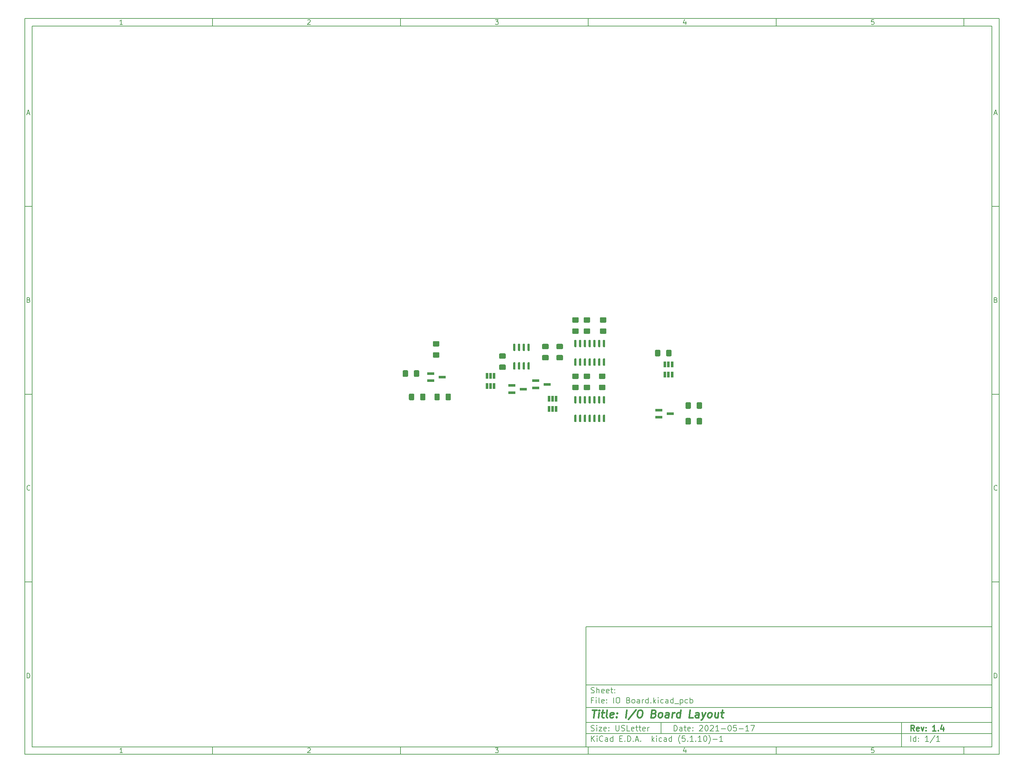
<source format=gbr>
G04 #@! TF.GenerationSoftware,KiCad,Pcbnew,(5.1.10)-1*
G04 #@! TF.CreationDate,2021-05-21T10:06:19-04:00*
G04 #@! TF.ProjectId,IO Board,494f2042-6f61-4726-942e-6b696361645f,1.4*
G04 #@! TF.SameCoordinates,Original*
G04 #@! TF.FileFunction,Paste,Bot*
G04 #@! TF.FilePolarity,Positive*
%FSLAX46Y46*%
G04 Gerber Fmt 4.6, Leading zero omitted, Abs format (unit mm)*
G04 Created by KiCad (PCBNEW (5.1.10)-1) date 2021-05-21 10:06:19*
%MOMM*%
%LPD*%
G01*
G04 APERTURE LIST*
%ADD10C,0.100000*%
%ADD11C,0.150000*%
%ADD12C,0.300000*%
%ADD13C,0.400000*%
%ADD14R,1.900000X0.800000*%
%ADD15R,0.650000X1.560000*%
G04 APERTURE END LIST*
D10*
D11*
X159400000Y-171900000D02*
X159400000Y-203900000D01*
X267400000Y-203900000D01*
X267400000Y-171900000D01*
X159400000Y-171900000D01*
D10*
D11*
X10000000Y-10000000D02*
X10000000Y-205900000D01*
X269400000Y-205900000D01*
X269400000Y-10000000D01*
X10000000Y-10000000D01*
D10*
D11*
X12000000Y-12000000D02*
X12000000Y-203900000D01*
X267400000Y-203900000D01*
X267400000Y-12000000D01*
X12000000Y-12000000D01*
D10*
D11*
X60000000Y-12000000D02*
X60000000Y-10000000D01*
D10*
D11*
X110000000Y-12000000D02*
X110000000Y-10000000D01*
D10*
D11*
X160000000Y-12000000D02*
X160000000Y-10000000D01*
D10*
D11*
X210000000Y-12000000D02*
X210000000Y-10000000D01*
D10*
D11*
X260000000Y-12000000D02*
X260000000Y-10000000D01*
D10*
D11*
X36065476Y-11588095D02*
X35322619Y-11588095D01*
X35694047Y-11588095D02*
X35694047Y-10288095D01*
X35570238Y-10473809D01*
X35446428Y-10597619D01*
X35322619Y-10659523D01*
D10*
D11*
X85322619Y-10411904D02*
X85384523Y-10350000D01*
X85508333Y-10288095D01*
X85817857Y-10288095D01*
X85941666Y-10350000D01*
X86003571Y-10411904D01*
X86065476Y-10535714D01*
X86065476Y-10659523D01*
X86003571Y-10845238D01*
X85260714Y-11588095D01*
X86065476Y-11588095D01*
D10*
D11*
X135260714Y-10288095D02*
X136065476Y-10288095D01*
X135632142Y-10783333D01*
X135817857Y-10783333D01*
X135941666Y-10845238D01*
X136003571Y-10907142D01*
X136065476Y-11030952D01*
X136065476Y-11340476D01*
X136003571Y-11464285D01*
X135941666Y-11526190D01*
X135817857Y-11588095D01*
X135446428Y-11588095D01*
X135322619Y-11526190D01*
X135260714Y-11464285D01*
D10*
D11*
X185941666Y-10721428D02*
X185941666Y-11588095D01*
X185632142Y-10226190D02*
X185322619Y-11154761D01*
X186127380Y-11154761D01*
D10*
D11*
X236003571Y-10288095D02*
X235384523Y-10288095D01*
X235322619Y-10907142D01*
X235384523Y-10845238D01*
X235508333Y-10783333D01*
X235817857Y-10783333D01*
X235941666Y-10845238D01*
X236003571Y-10907142D01*
X236065476Y-11030952D01*
X236065476Y-11340476D01*
X236003571Y-11464285D01*
X235941666Y-11526190D01*
X235817857Y-11588095D01*
X235508333Y-11588095D01*
X235384523Y-11526190D01*
X235322619Y-11464285D01*
D10*
D11*
X60000000Y-203900000D02*
X60000000Y-205900000D01*
D10*
D11*
X110000000Y-203900000D02*
X110000000Y-205900000D01*
D10*
D11*
X160000000Y-203900000D02*
X160000000Y-205900000D01*
D10*
D11*
X210000000Y-203900000D02*
X210000000Y-205900000D01*
D10*
D11*
X260000000Y-203900000D02*
X260000000Y-205900000D01*
D10*
D11*
X36065476Y-205488095D02*
X35322619Y-205488095D01*
X35694047Y-205488095D02*
X35694047Y-204188095D01*
X35570238Y-204373809D01*
X35446428Y-204497619D01*
X35322619Y-204559523D01*
D10*
D11*
X85322619Y-204311904D02*
X85384523Y-204250000D01*
X85508333Y-204188095D01*
X85817857Y-204188095D01*
X85941666Y-204250000D01*
X86003571Y-204311904D01*
X86065476Y-204435714D01*
X86065476Y-204559523D01*
X86003571Y-204745238D01*
X85260714Y-205488095D01*
X86065476Y-205488095D01*
D10*
D11*
X135260714Y-204188095D02*
X136065476Y-204188095D01*
X135632142Y-204683333D01*
X135817857Y-204683333D01*
X135941666Y-204745238D01*
X136003571Y-204807142D01*
X136065476Y-204930952D01*
X136065476Y-205240476D01*
X136003571Y-205364285D01*
X135941666Y-205426190D01*
X135817857Y-205488095D01*
X135446428Y-205488095D01*
X135322619Y-205426190D01*
X135260714Y-205364285D01*
D10*
D11*
X185941666Y-204621428D02*
X185941666Y-205488095D01*
X185632142Y-204126190D02*
X185322619Y-205054761D01*
X186127380Y-205054761D01*
D10*
D11*
X236003571Y-204188095D02*
X235384523Y-204188095D01*
X235322619Y-204807142D01*
X235384523Y-204745238D01*
X235508333Y-204683333D01*
X235817857Y-204683333D01*
X235941666Y-204745238D01*
X236003571Y-204807142D01*
X236065476Y-204930952D01*
X236065476Y-205240476D01*
X236003571Y-205364285D01*
X235941666Y-205426190D01*
X235817857Y-205488095D01*
X235508333Y-205488095D01*
X235384523Y-205426190D01*
X235322619Y-205364285D01*
D10*
D11*
X10000000Y-60000000D02*
X12000000Y-60000000D01*
D10*
D11*
X10000000Y-110000000D02*
X12000000Y-110000000D01*
D10*
D11*
X10000000Y-160000000D02*
X12000000Y-160000000D01*
D10*
D11*
X10690476Y-35216666D02*
X11309523Y-35216666D01*
X10566666Y-35588095D02*
X11000000Y-34288095D01*
X11433333Y-35588095D01*
D10*
D11*
X11092857Y-84907142D02*
X11278571Y-84969047D01*
X11340476Y-85030952D01*
X11402380Y-85154761D01*
X11402380Y-85340476D01*
X11340476Y-85464285D01*
X11278571Y-85526190D01*
X11154761Y-85588095D01*
X10659523Y-85588095D01*
X10659523Y-84288095D01*
X11092857Y-84288095D01*
X11216666Y-84350000D01*
X11278571Y-84411904D01*
X11340476Y-84535714D01*
X11340476Y-84659523D01*
X11278571Y-84783333D01*
X11216666Y-84845238D01*
X11092857Y-84907142D01*
X10659523Y-84907142D01*
D10*
D11*
X11402380Y-135464285D02*
X11340476Y-135526190D01*
X11154761Y-135588095D01*
X11030952Y-135588095D01*
X10845238Y-135526190D01*
X10721428Y-135402380D01*
X10659523Y-135278571D01*
X10597619Y-135030952D01*
X10597619Y-134845238D01*
X10659523Y-134597619D01*
X10721428Y-134473809D01*
X10845238Y-134350000D01*
X11030952Y-134288095D01*
X11154761Y-134288095D01*
X11340476Y-134350000D01*
X11402380Y-134411904D01*
D10*
D11*
X10659523Y-185588095D02*
X10659523Y-184288095D01*
X10969047Y-184288095D01*
X11154761Y-184350000D01*
X11278571Y-184473809D01*
X11340476Y-184597619D01*
X11402380Y-184845238D01*
X11402380Y-185030952D01*
X11340476Y-185278571D01*
X11278571Y-185402380D01*
X11154761Y-185526190D01*
X10969047Y-185588095D01*
X10659523Y-185588095D01*
D10*
D11*
X269400000Y-60000000D02*
X267400000Y-60000000D01*
D10*
D11*
X269400000Y-110000000D02*
X267400000Y-110000000D01*
D10*
D11*
X269400000Y-160000000D02*
X267400000Y-160000000D01*
D10*
D11*
X268090476Y-35216666D02*
X268709523Y-35216666D01*
X267966666Y-35588095D02*
X268400000Y-34288095D01*
X268833333Y-35588095D01*
D10*
D11*
X268492857Y-84907142D02*
X268678571Y-84969047D01*
X268740476Y-85030952D01*
X268802380Y-85154761D01*
X268802380Y-85340476D01*
X268740476Y-85464285D01*
X268678571Y-85526190D01*
X268554761Y-85588095D01*
X268059523Y-85588095D01*
X268059523Y-84288095D01*
X268492857Y-84288095D01*
X268616666Y-84350000D01*
X268678571Y-84411904D01*
X268740476Y-84535714D01*
X268740476Y-84659523D01*
X268678571Y-84783333D01*
X268616666Y-84845238D01*
X268492857Y-84907142D01*
X268059523Y-84907142D01*
D10*
D11*
X268802380Y-135464285D02*
X268740476Y-135526190D01*
X268554761Y-135588095D01*
X268430952Y-135588095D01*
X268245238Y-135526190D01*
X268121428Y-135402380D01*
X268059523Y-135278571D01*
X267997619Y-135030952D01*
X267997619Y-134845238D01*
X268059523Y-134597619D01*
X268121428Y-134473809D01*
X268245238Y-134350000D01*
X268430952Y-134288095D01*
X268554761Y-134288095D01*
X268740476Y-134350000D01*
X268802380Y-134411904D01*
D10*
D11*
X268059523Y-185588095D02*
X268059523Y-184288095D01*
X268369047Y-184288095D01*
X268554761Y-184350000D01*
X268678571Y-184473809D01*
X268740476Y-184597619D01*
X268802380Y-184845238D01*
X268802380Y-185030952D01*
X268740476Y-185278571D01*
X268678571Y-185402380D01*
X268554761Y-185526190D01*
X268369047Y-185588095D01*
X268059523Y-185588095D01*
D10*
D11*
X182832142Y-199678571D02*
X182832142Y-198178571D01*
X183189285Y-198178571D01*
X183403571Y-198250000D01*
X183546428Y-198392857D01*
X183617857Y-198535714D01*
X183689285Y-198821428D01*
X183689285Y-199035714D01*
X183617857Y-199321428D01*
X183546428Y-199464285D01*
X183403571Y-199607142D01*
X183189285Y-199678571D01*
X182832142Y-199678571D01*
X184975000Y-199678571D02*
X184975000Y-198892857D01*
X184903571Y-198750000D01*
X184760714Y-198678571D01*
X184475000Y-198678571D01*
X184332142Y-198750000D01*
X184975000Y-199607142D02*
X184832142Y-199678571D01*
X184475000Y-199678571D01*
X184332142Y-199607142D01*
X184260714Y-199464285D01*
X184260714Y-199321428D01*
X184332142Y-199178571D01*
X184475000Y-199107142D01*
X184832142Y-199107142D01*
X184975000Y-199035714D01*
X185475000Y-198678571D02*
X186046428Y-198678571D01*
X185689285Y-198178571D02*
X185689285Y-199464285D01*
X185760714Y-199607142D01*
X185903571Y-199678571D01*
X186046428Y-199678571D01*
X187117857Y-199607142D02*
X186975000Y-199678571D01*
X186689285Y-199678571D01*
X186546428Y-199607142D01*
X186475000Y-199464285D01*
X186475000Y-198892857D01*
X186546428Y-198750000D01*
X186689285Y-198678571D01*
X186975000Y-198678571D01*
X187117857Y-198750000D01*
X187189285Y-198892857D01*
X187189285Y-199035714D01*
X186475000Y-199178571D01*
X187832142Y-199535714D02*
X187903571Y-199607142D01*
X187832142Y-199678571D01*
X187760714Y-199607142D01*
X187832142Y-199535714D01*
X187832142Y-199678571D01*
X187832142Y-198750000D02*
X187903571Y-198821428D01*
X187832142Y-198892857D01*
X187760714Y-198821428D01*
X187832142Y-198750000D01*
X187832142Y-198892857D01*
X189617857Y-198321428D02*
X189689285Y-198250000D01*
X189832142Y-198178571D01*
X190189285Y-198178571D01*
X190332142Y-198250000D01*
X190403571Y-198321428D01*
X190475000Y-198464285D01*
X190475000Y-198607142D01*
X190403571Y-198821428D01*
X189546428Y-199678571D01*
X190475000Y-199678571D01*
X191403571Y-198178571D02*
X191546428Y-198178571D01*
X191689285Y-198250000D01*
X191760714Y-198321428D01*
X191832142Y-198464285D01*
X191903571Y-198750000D01*
X191903571Y-199107142D01*
X191832142Y-199392857D01*
X191760714Y-199535714D01*
X191689285Y-199607142D01*
X191546428Y-199678571D01*
X191403571Y-199678571D01*
X191260714Y-199607142D01*
X191189285Y-199535714D01*
X191117857Y-199392857D01*
X191046428Y-199107142D01*
X191046428Y-198750000D01*
X191117857Y-198464285D01*
X191189285Y-198321428D01*
X191260714Y-198250000D01*
X191403571Y-198178571D01*
X192475000Y-198321428D02*
X192546428Y-198250000D01*
X192689285Y-198178571D01*
X193046428Y-198178571D01*
X193189285Y-198250000D01*
X193260714Y-198321428D01*
X193332142Y-198464285D01*
X193332142Y-198607142D01*
X193260714Y-198821428D01*
X192403571Y-199678571D01*
X193332142Y-199678571D01*
X194760714Y-199678571D02*
X193903571Y-199678571D01*
X194332142Y-199678571D02*
X194332142Y-198178571D01*
X194189285Y-198392857D01*
X194046428Y-198535714D01*
X193903571Y-198607142D01*
X195403571Y-199107142D02*
X196546428Y-199107142D01*
X197546428Y-198178571D02*
X197689285Y-198178571D01*
X197832142Y-198250000D01*
X197903571Y-198321428D01*
X197975000Y-198464285D01*
X198046428Y-198750000D01*
X198046428Y-199107142D01*
X197975000Y-199392857D01*
X197903571Y-199535714D01*
X197832142Y-199607142D01*
X197689285Y-199678571D01*
X197546428Y-199678571D01*
X197403571Y-199607142D01*
X197332142Y-199535714D01*
X197260714Y-199392857D01*
X197189285Y-199107142D01*
X197189285Y-198750000D01*
X197260714Y-198464285D01*
X197332142Y-198321428D01*
X197403571Y-198250000D01*
X197546428Y-198178571D01*
X199403571Y-198178571D02*
X198689285Y-198178571D01*
X198617857Y-198892857D01*
X198689285Y-198821428D01*
X198832142Y-198750000D01*
X199189285Y-198750000D01*
X199332142Y-198821428D01*
X199403571Y-198892857D01*
X199475000Y-199035714D01*
X199475000Y-199392857D01*
X199403571Y-199535714D01*
X199332142Y-199607142D01*
X199189285Y-199678571D01*
X198832142Y-199678571D01*
X198689285Y-199607142D01*
X198617857Y-199535714D01*
X200117857Y-199107142D02*
X201260714Y-199107142D01*
X202760714Y-199678571D02*
X201903571Y-199678571D01*
X202332142Y-199678571D02*
X202332142Y-198178571D01*
X202189285Y-198392857D01*
X202046428Y-198535714D01*
X201903571Y-198607142D01*
X203260714Y-198178571D02*
X204260714Y-198178571D01*
X203617857Y-199678571D01*
D10*
D11*
X159400000Y-200400000D02*
X267400000Y-200400000D01*
D10*
D11*
X160832142Y-202478571D02*
X160832142Y-200978571D01*
X161689285Y-202478571D02*
X161046428Y-201621428D01*
X161689285Y-200978571D02*
X160832142Y-201835714D01*
X162332142Y-202478571D02*
X162332142Y-201478571D01*
X162332142Y-200978571D02*
X162260714Y-201050000D01*
X162332142Y-201121428D01*
X162403571Y-201050000D01*
X162332142Y-200978571D01*
X162332142Y-201121428D01*
X163903571Y-202335714D02*
X163832142Y-202407142D01*
X163617857Y-202478571D01*
X163475000Y-202478571D01*
X163260714Y-202407142D01*
X163117857Y-202264285D01*
X163046428Y-202121428D01*
X162975000Y-201835714D01*
X162975000Y-201621428D01*
X163046428Y-201335714D01*
X163117857Y-201192857D01*
X163260714Y-201050000D01*
X163475000Y-200978571D01*
X163617857Y-200978571D01*
X163832142Y-201050000D01*
X163903571Y-201121428D01*
X165189285Y-202478571D02*
X165189285Y-201692857D01*
X165117857Y-201550000D01*
X164975000Y-201478571D01*
X164689285Y-201478571D01*
X164546428Y-201550000D01*
X165189285Y-202407142D02*
X165046428Y-202478571D01*
X164689285Y-202478571D01*
X164546428Y-202407142D01*
X164475000Y-202264285D01*
X164475000Y-202121428D01*
X164546428Y-201978571D01*
X164689285Y-201907142D01*
X165046428Y-201907142D01*
X165189285Y-201835714D01*
X166546428Y-202478571D02*
X166546428Y-200978571D01*
X166546428Y-202407142D02*
X166403571Y-202478571D01*
X166117857Y-202478571D01*
X165975000Y-202407142D01*
X165903571Y-202335714D01*
X165832142Y-202192857D01*
X165832142Y-201764285D01*
X165903571Y-201621428D01*
X165975000Y-201550000D01*
X166117857Y-201478571D01*
X166403571Y-201478571D01*
X166546428Y-201550000D01*
X168403571Y-201692857D02*
X168903571Y-201692857D01*
X169117857Y-202478571D02*
X168403571Y-202478571D01*
X168403571Y-200978571D01*
X169117857Y-200978571D01*
X169760714Y-202335714D02*
X169832142Y-202407142D01*
X169760714Y-202478571D01*
X169689285Y-202407142D01*
X169760714Y-202335714D01*
X169760714Y-202478571D01*
X170475000Y-202478571D02*
X170475000Y-200978571D01*
X170832142Y-200978571D01*
X171046428Y-201050000D01*
X171189285Y-201192857D01*
X171260714Y-201335714D01*
X171332142Y-201621428D01*
X171332142Y-201835714D01*
X171260714Y-202121428D01*
X171189285Y-202264285D01*
X171046428Y-202407142D01*
X170832142Y-202478571D01*
X170475000Y-202478571D01*
X171975000Y-202335714D02*
X172046428Y-202407142D01*
X171975000Y-202478571D01*
X171903571Y-202407142D01*
X171975000Y-202335714D01*
X171975000Y-202478571D01*
X172617857Y-202050000D02*
X173332142Y-202050000D01*
X172475000Y-202478571D02*
X172975000Y-200978571D01*
X173475000Y-202478571D01*
X173975000Y-202335714D02*
X174046428Y-202407142D01*
X173975000Y-202478571D01*
X173903571Y-202407142D01*
X173975000Y-202335714D01*
X173975000Y-202478571D01*
X176975000Y-202478571D02*
X176975000Y-200978571D01*
X177117857Y-201907142D02*
X177546428Y-202478571D01*
X177546428Y-201478571D02*
X176975000Y-202050000D01*
X178189285Y-202478571D02*
X178189285Y-201478571D01*
X178189285Y-200978571D02*
X178117857Y-201050000D01*
X178189285Y-201121428D01*
X178260714Y-201050000D01*
X178189285Y-200978571D01*
X178189285Y-201121428D01*
X179546428Y-202407142D02*
X179403571Y-202478571D01*
X179117857Y-202478571D01*
X178975000Y-202407142D01*
X178903571Y-202335714D01*
X178832142Y-202192857D01*
X178832142Y-201764285D01*
X178903571Y-201621428D01*
X178975000Y-201550000D01*
X179117857Y-201478571D01*
X179403571Y-201478571D01*
X179546428Y-201550000D01*
X180832142Y-202478571D02*
X180832142Y-201692857D01*
X180760714Y-201550000D01*
X180617857Y-201478571D01*
X180332142Y-201478571D01*
X180189285Y-201550000D01*
X180832142Y-202407142D02*
X180689285Y-202478571D01*
X180332142Y-202478571D01*
X180189285Y-202407142D01*
X180117857Y-202264285D01*
X180117857Y-202121428D01*
X180189285Y-201978571D01*
X180332142Y-201907142D01*
X180689285Y-201907142D01*
X180832142Y-201835714D01*
X182189285Y-202478571D02*
X182189285Y-200978571D01*
X182189285Y-202407142D02*
X182046428Y-202478571D01*
X181760714Y-202478571D01*
X181617857Y-202407142D01*
X181546428Y-202335714D01*
X181475000Y-202192857D01*
X181475000Y-201764285D01*
X181546428Y-201621428D01*
X181617857Y-201550000D01*
X181760714Y-201478571D01*
X182046428Y-201478571D01*
X182189285Y-201550000D01*
X184475000Y-203050000D02*
X184403571Y-202978571D01*
X184260714Y-202764285D01*
X184189285Y-202621428D01*
X184117857Y-202407142D01*
X184046428Y-202050000D01*
X184046428Y-201764285D01*
X184117857Y-201407142D01*
X184189285Y-201192857D01*
X184260714Y-201050000D01*
X184403571Y-200835714D01*
X184475000Y-200764285D01*
X185760714Y-200978571D02*
X185046428Y-200978571D01*
X184975000Y-201692857D01*
X185046428Y-201621428D01*
X185189285Y-201550000D01*
X185546428Y-201550000D01*
X185689285Y-201621428D01*
X185760714Y-201692857D01*
X185832142Y-201835714D01*
X185832142Y-202192857D01*
X185760714Y-202335714D01*
X185689285Y-202407142D01*
X185546428Y-202478571D01*
X185189285Y-202478571D01*
X185046428Y-202407142D01*
X184975000Y-202335714D01*
X186475000Y-202335714D02*
X186546428Y-202407142D01*
X186475000Y-202478571D01*
X186403571Y-202407142D01*
X186475000Y-202335714D01*
X186475000Y-202478571D01*
X187975000Y-202478571D02*
X187117857Y-202478571D01*
X187546428Y-202478571D02*
X187546428Y-200978571D01*
X187403571Y-201192857D01*
X187260714Y-201335714D01*
X187117857Y-201407142D01*
X188617857Y-202335714D02*
X188689285Y-202407142D01*
X188617857Y-202478571D01*
X188546428Y-202407142D01*
X188617857Y-202335714D01*
X188617857Y-202478571D01*
X190117857Y-202478571D02*
X189260714Y-202478571D01*
X189689285Y-202478571D02*
X189689285Y-200978571D01*
X189546428Y-201192857D01*
X189403571Y-201335714D01*
X189260714Y-201407142D01*
X191046428Y-200978571D02*
X191189285Y-200978571D01*
X191332142Y-201050000D01*
X191403571Y-201121428D01*
X191475000Y-201264285D01*
X191546428Y-201550000D01*
X191546428Y-201907142D01*
X191475000Y-202192857D01*
X191403571Y-202335714D01*
X191332142Y-202407142D01*
X191189285Y-202478571D01*
X191046428Y-202478571D01*
X190903571Y-202407142D01*
X190832142Y-202335714D01*
X190760714Y-202192857D01*
X190689285Y-201907142D01*
X190689285Y-201550000D01*
X190760714Y-201264285D01*
X190832142Y-201121428D01*
X190903571Y-201050000D01*
X191046428Y-200978571D01*
X192046428Y-203050000D02*
X192117857Y-202978571D01*
X192260714Y-202764285D01*
X192332142Y-202621428D01*
X192403571Y-202407142D01*
X192475000Y-202050000D01*
X192475000Y-201764285D01*
X192403571Y-201407142D01*
X192332142Y-201192857D01*
X192260714Y-201050000D01*
X192117857Y-200835714D01*
X192046428Y-200764285D01*
X193189285Y-201907142D02*
X194332142Y-201907142D01*
X195832142Y-202478571D02*
X194975000Y-202478571D01*
X195403571Y-202478571D02*
X195403571Y-200978571D01*
X195260714Y-201192857D01*
X195117857Y-201335714D01*
X194975000Y-201407142D01*
D10*
D11*
X159400000Y-197400000D02*
X267400000Y-197400000D01*
D10*
D12*
X246809285Y-199678571D02*
X246309285Y-198964285D01*
X245952142Y-199678571D02*
X245952142Y-198178571D01*
X246523571Y-198178571D01*
X246666428Y-198250000D01*
X246737857Y-198321428D01*
X246809285Y-198464285D01*
X246809285Y-198678571D01*
X246737857Y-198821428D01*
X246666428Y-198892857D01*
X246523571Y-198964285D01*
X245952142Y-198964285D01*
X248023571Y-199607142D02*
X247880714Y-199678571D01*
X247595000Y-199678571D01*
X247452142Y-199607142D01*
X247380714Y-199464285D01*
X247380714Y-198892857D01*
X247452142Y-198750000D01*
X247595000Y-198678571D01*
X247880714Y-198678571D01*
X248023571Y-198750000D01*
X248095000Y-198892857D01*
X248095000Y-199035714D01*
X247380714Y-199178571D01*
X248595000Y-198678571D02*
X248952142Y-199678571D01*
X249309285Y-198678571D01*
X249880714Y-199535714D02*
X249952142Y-199607142D01*
X249880714Y-199678571D01*
X249809285Y-199607142D01*
X249880714Y-199535714D01*
X249880714Y-199678571D01*
X249880714Y-198750000D02*
X249952142Y-198821428D01*
X249880714Y-198892857D01*
X249809285Y-198821428D01*
X249880714Y-198750000D01*
X249880714Y-198892857D01*
X252523571Y-199678571D02*
X251666428Y-199678571D01*
X252095000Y-199678571D02*
X252095000Y-198178571D01*
X251952142Y-198392857D01*
X251809285Y-198535714D01*
X251666428Y-198607142D01*
X253166428Y-199535714D02*
X253237857Y-199607142D01*
X253166428Y-199678571D01*
X253095000Y-199607142D01*
X253166428Y-199535714D01*
X253166428Y-199678571D01*
X254523571Y-198678571D02*
X254523571Y-199678571D01*
X254166428Y-198107142D02*
X253809285Y-199178571D01*
X254737857Y-199178571D01*
D10*
D11*
X160760714Y-199607142D02*
X160975000Y-199678571D01*
X161332142Y-199678571D01*
X161475000Y-199607142D01*
X161546428Y-199535714D01*
X161617857Y-199392857D01*
X161617857Y-199250000D01*
X161546428Y-199107142D01*
X161475000Y-199035714D01*
X161332142Y-198964285D01*
X161046428Y-198892857D01*
X160903571Y-198821428D01*
X160832142Y-198750000D01*
X160760714Y-198607142D01*
X160760714Y-198464285D01*
X160832142Y-198321428D01*
X160903571Y-198250000D01*
X161046428Y-198178571D01*
X161403571Y-198178571D01*
X161617857Y-198250000D01*
X162260714Y-199678571D02*
X162260714Y-198678571D01*
X162260714Y-198178571D02*
X162189285Y-198250000D01*
X162260714Y-198321428D01*
X162332142Y-198250000D01*
X162260714Y-198178571D01*
X162260714Y-198321428D01*
X162832142Y-198678571D02*
X163617857Y-198678571D01*
X162832142Y-199678571D01*
X163617857Y-199678571D01*
X164760714Y-199607142D02*
X164617857Y-199678571D01*
X164332142Y-199678571D01*
X164189285Y-199607142D01*
X164117857Y-199464285D01*
X164117857Y-198892857D01*
X164189285Y-198750000D01*
X164332142Y-198678571D01*
X164617857Y-198678571D01*
X164760714Y-198750000D01*
X164832142Y-198892857D01*
X164832142Y-199035714D01*
X164117857Y-199178571D01*
X165475000Y-199535714D02*
X165546428Y-199607142D01*
X165475000Y-199678571D01*
X165403571Y-199607142D01*
X165475000Y-199535714D01*
X165475000Y-199678571D01*
X165475000Y-198750000D02*
X165546428Y-198821428D01*
X165475000Y-198892857D01*
X165403571Y-198821428D01*
X165475000Y-198750000D01*
X165475000Y-198892857D01*
X167332142Y-198178571D02*
X167332142Y-199392857D01*
X167403571Y-199535714D01*
X167475000Y-199607142D01*
X167617857Y-199678571D01*
X167903571Y-199678571D01*
X168046428Y-199607142D01*
X168117857Y-199535714D01*
X168189285Y-199392857D01*
X168189285Y-198178571D01*
X168832142Y-199607142D02*
X169046428Y-199678571D01*
X169403571Y-199678571D01*
X169546428Y-199607142D01*
X169617857Y-199535714D01*
X169689285Y-199392857D01*
X169689285Y-199250000D01*
X169617857Y-199107142D01*
X169546428Y-199035714D01*
X169403571Y-198964285D01*
X169117857Y-198892857D01*
X168975000Y-198821428D01*
X168903571Y-198750000D01*
X168832142Y-198607142D01*
X168832142Y-198464285D01*
X168903571Y-198321428D01*
X168975000Y-198250000D01*
X169117857Y-198178571D01*
X169475000Y-198178571D01*
X169689285Y-198250000D01*
X171046428Y-199678571D02*
X170332142Y-199678571D01*
X170332142Y-198178571D01*
X172117857Y-199607142D02*
X171975000Y-199678571D01*
X171689285Y-199678571D01*
X171546428Y-199607142D01*
X171475000Y-199464285D01*
X171475000Y-198892857D01*
X171546428Y-198750000D01*
X171689285Y-198678571D01*
X171975000Y-198678571D01*
X172117857Y-198750000D01*
X172189285Y-198892857D01*
X172189285Y-199035714D01*
X171475000Y-199178571D01*
X172617857Y-198678571D02*
X173189285Y-198678571D01*
X172832142Y-198178571D02*
X172832142Y-199464285D01*
X172903571Y-199607142D01*
X173046428Y-199678571D01*
X173189285Y-199678571D01*
X173475000Y-198678571D02*
X174046428Y-198678571D01*
X173689285Y-198178571D02*
X173689285Y-199464285D01*
X173760714Y-199607142D01*
X173903571Y-199678571D01*
X174046428Y-199678571D01*
X175117857Y-199607142D02*
X174975000Y-199678571D01*
X174689285Y-199678571D01*
X174546428Y-199607142D01*
X174475000Y-199464285D01*
X174475000Y-198892857D01*
X174546428Y-198750000D01*
X174689285Y-198678571D01*
X174975000Y-198678571D01*
X175117857Y-198750000D01*
X175189285Y-198892857D01*
X175189285Y-199035714D01*
X174475000Y-199178571D01*
X175832142Y-199678571D02*
X175832142Y-198678571D01*
X175832142Y-198964285D02*
X175903571Y-198821428D01*
X175975000Y-198750000D01*
X176117857Y-198678571D01*
X176260714Y-198678571D01*
D10*
D11*
X245832142Y-202478571D02*
X245832142Y-200978571D01*
X247189285Y-202478571D02*
X247189285Y-200978571D01*
X247189285Y-202407142D02*
X247046428Y-202478571D01*
X246760714Y-202478571D01*
X246617857Y-202407142D01*
X246546428Y-202335714D01*
X246475000Y-202192857D01*
X246475000Y-201764285D01*
X246546428Y-201621428D01*
X246617857Y-201550000D01*
X246760714Y-201478571D01*
X247046428Y-201478571D01*
X247189285Y-201550000D01*
X247903571Y-202335714D02*
X247975000Y-202407142D01*
X247903571Y-202478571D01*
X247832142Y-202407142D01*
X247903571Y-202335714D01*
X247903571Y-202478571D01*
X247903571Y-201550000D02*
X247975000Y-201621428D01*
X247903571Y-201692857D01*
X247832142Y-201621428D01*
X247903571Y-201550000D01*
X247903571Y-201692857D01*
X250546428Y-202478571D02*
X249689285Y-202478571D01*
X250117857Y-202478571D02*
X250117857Y-200978571D01*
X249975000Y-201192857D01*
X249832142Y-201335714D01*
X249689285Y-201407142D01*
X252260714Y-200907142D02*
X250975000Y-202835714D01*
X253546428Y-202478571D02*
X252689285Y-202478571D01*
X253117857Y-202478571D02*
X253117857Y-200978571D01*
X252975000Y-201192857D01*
X252832142Y-201335714D01*
X252689285Y-201407142D01*
D10*
D11*
X159400000Y-193400000D02*
X267400000Y-193400000D01*
D10*
D13*
X161112380Y-194104761D02*
X162255238Y-194104761D01*
X161433809Y-196104761D02*
X161683809Y-194104761D01*
X162671904Y-196104761D02*
X162838571Y-194771428D01*
X162921904Y-194104761D02*
X162814761Y-194200000D01*
X162898095Y-194295238D01*
X163005238Y-194200000D01*
X162921904Y-194104761D01*
X162898095Y-194295238D01*
X163505238Y-194771428D02*
X164267142Y-194771428D01*
X163874285Y-194104761D02*
X163660000Y-195819047D01*
X163731428Y-196009523D01*
X163910000Y-196104761D01*
X164100476Y-196104761D01*
X165052857Y-196104761D02*
X164874285Y-196009523D01*
X164802857Y-195819047D01*
X165017142Y-194104761D01*
X166588571Y-196009523D02*
X166386190Y-196104761D01*
X166005238Y-196104761D01*
X165826666Y-196009523D01*
X165755238Y-195819047D01*
X165850476Y-195057142D01*
X165969523Y-194866666D01*
X166171904Y-194771428D01*
X166552857Y-194771428D01*
X166731428Y-194866666D01*
X166802857Y-195057142D01*
X166779047Y-195247619D01*
X165802857Y-195438095D01*
X167552857Y-195914285D02*
X167636190Y-196009523D01*
X167529047Y-196104761D01*
X167445714Y-196009523D01*
X167552857Y-195914285D01*
X167529047Y-196104761D01*
X167683809Y-194866666D02*
X167767142Y-194961904D01*
X167660000Y-195057142D01*
X167576666Y-194961904D01*
X167683809Y-194866666D01*
X167660000Y-195057142D01*
X170005238Y-196104761D02*
X170255238Y-194104761D01*
X172648095Y-194009523D02*
X170612380Y-196580952D01*
X173683809Y-194104761D02*
X174064761Y-194104761D01*
X174243333Y-194200000D01*
X174410000Y-194390476D01*
X174457619Y-194771428D01*
X174374285Y-195438095D01*
X174231428Y-195819047D01*
X174017142Y-196009523D01*
X173814761Y-196104761D01*
X173433809Y-196104761D01*
X173255238Y-196009523D01*
X173088571Y-195819047D01*
X173040952Y-195438095D01*
X173124285Y-194771428D01*
X173267142Y-194390476D01*
X173481428Y-194200000D01*
X173683809Y-194104761D01*
X177469523Y-195057142D02*
X177743333Y-195152380D01*
X177826666Y-195247619D01*
X177898095Y-195438095D01*
X177862380Y-195723809D01*
X177743333Y-195914285D01*
X177636190Y-196009523D01*
X177433809Y-196104761D01*
X176671904Y-196104761D01*
X176921904Y-194104761D01*
X177588571Y-194104761D01*
X177767142Y-194200000D01*
X177850476Y-194295238D01*
X177921904Y-194485714D01*
X177898095Y-194676190D01*
X177779047Y-194866666D01*
X177671904Y-194961904D01*
X177469523Y-195057142D01*
X176802857Y-195057142D01*
X178957619Y-196104761D02*
X178779047Y-196009523D01*
X178695714Y-195914285D01*
X178624285Y-195723809D01*
X178695714Y-195152380D01*
X178814761Y-194961904D01*
X178921904Y-194866666D01*
X179124285Y-194771428D01*
X179410000Y-194771428D01*
X179588571Y-194866666D01*
X179671904Y-194961904D01*
X179743333Y-195152380D01*
X179671904Y-195723809D01*
X179552857Y-195914285D01*
X179445714Y-196009523D01*
X179243333Y-196104761D01*
X178957619Y-196104761D01*
X181338571Y-196104761D02*
X181469523Y-195057142D01*
X181398095Y-194866666D01*
X181219523Y-194771428D01*
X180838571Y-194771428D01*
X180636190Y-194866666D01*
X181350476Y-196009523D02*
X181148095Y-196104761D01*
X180671904Y-196104761D01*
X180493333Y-196009523D01*
X180421904Y-195819047D01*
X180445714Y-195628571D01*
X180564761Y-195438095D01*
X180767142Y-195342857D01*
X181243333Y-195342857D01*
X181445714Y-195247619D01*
X182290952Y-196104761D02*
X182457619Y-194771428D01*
X182410000Y-195152380D02*
X182529047Y-194961904D01*
X182636190Y-194866666D01*
X182838571Y-194771428D01*
X183029047Y-194771428D01*
X184386190Y-196104761D02*
X184636190Y-194104761D01*
X184398095Y-196009523D02*
X184195714Y-196104761D01*
X183814761Y-196104761D01*
X183636190Y-196009523D01*
X183552857Y-195914285D01*
X183481428Y-195723809D01*
X183552857Y-195152380D01*
X183671904Y-194961904D01*
X183779047Y-194866666D01*
X183981428Y-194771428D01*
X184362380Y-194771428D01*
X184540952Y-194866666D01*
X187814761Y-196104761D02*
X186862380Y-196104761D01*
X187112380Y-194104761D01*
X189338571Y-196104761D02*
X189469523Y-195057142D01*
X189398095Y-194866666D01*
X189219523Y-194771428D01*
X188838571Y-194771428D01*
X188636190Y-194866666D01*
X189350476Y-196009523D02*
X189148095Y-196104761D01*
X188671904Y-196104761D01*
X188493333Y-196009523D01*
X188421904Y-195819047D01*
X188445714Y-195628571D01*
X188564761Y-195438095D01*
X188767142Y-195342857D01*
X189243333Y-195342857D01*
X189445714Y-195247619D01*
X190267142Y-194771428D02*
X190576666Y-196104761D01*
X191219523Y-194771428D02*
X190576666Y-196104761D01*
X190326666Y-196580952D01*
X190219523Y-196676190D01*
X190017142Y-196771428D01*
X192100476Y-196104761D02*
X191921904Y-196009523D01*
X191838571Y-195914285D01*
X191767142Y-195723809D01*
X191838571Y-195152380D01*
X191957619Y-194961904D01*
X192064761Y-194866666D01*
X192267142Y-194771428D01*
X192552857Y-194771428D01*
X192731428Y-194866666D01*
X192814761Y-194961904D01*
X192886190Y-195152380D01*
X192814761Y-195723809D01*
X192695714Y-195914285D01*
X192588571Y-196009523D01*
X192386190Y-196104761D01*
X192100476Y-196104761D01*
X194648095Y-194771428D02*
X194481428Y-196104761D01*
X193790952Y-194771428D02*
X193660000Y-195819047D01*
X193731428Y-196009523D01*
X193910000Y-196104761D01*
X194195714Y-196104761D01*
X194398095Y-196009523D01*
X194505238Y-195914285D01*
X195314761Y-194771428D02*
X196076666Y-194771428D01*
X195683809Y-194104761D02*
X195469523Y-195819047D01*
X195540952Y-196009523D01*
X195719523Y-196104761D01*
X195910000Y-196104761D01*
D10*
D11*
X161332142Y-191492857D02*
X160832142Y-191492857D01*
X160832142Y-192278571D02*
X160832142Y-190778571D01*
X161546428Y-190778571D01*
X162117857Y-192278571D02*
X162117857Y-191278571D01*
X162117857Y-190778571D02*
X162046428Y-190850000D01*
X162117857Y-190921428D01*
X162189285Y-190850000D01*
X162117857Y-190778571D01*
X162117857Y-190921428D01*
X163046428Y-192278571D02*
X162903571Y-192207142D01*
X162832142Y-192064285D01*
X162832142Y-190778571D01*
X164189285Y-192207142D02*
X164046428Y-192278571D01*
X163760714Y-192278571D01*
X163617857Y-192207142D01*
X163546428Y-192064285D01*
X163546428Y-191492857D01*
X163617857Y-191350000D01*
X163760714Y-191278571D01*
X164046428Y-191278571D01*
X164189285Y-191350000D01*
X164260714Y-191492857D01*
X164260714Y-191635714D01*
X163546428Y-191778571D01*
X164903571Y-192135714D02*
X164975000Y-192207142D01*
X164903571Y-192278571D01*
X164832142Y-192207142D01*
X164903571Y-192135714D01*
X164903571Y-192278571D01*
X164903571Y-191350000D02*
X164975000Y-191421428D01*
X164903571Y-191492857D01*
X164832142Y-191421428D01*
X164903571Y-191350000D01*
X164903571Y-191492857D01*
X166760714Y-192278571D02*
X166760714Y-190778571D01*
X167760714Y-190778571D02*
X168046428Y-190778571D01*
X168189285Y-190850000D01*
X168332142Y-190992857D01*
X168403571Y-191278571D01*
X168403571Y-191778571D01*
X168332142Y-192064285D01*
X168189285Y-192207142D01*
X168046428Y-192278571D01*
X167760714Y-192278571D01*
X167617857Y-192207142D01*
X167475000Y-192064285D01*
X167403571Y-191778571D01*
X167403571Y-191278571D01*
X167475000Y-190992857D01*
X167617857Y-190850000D01*
X167760714Y-190778571D01*
X170689285Y-191492857D02*
X170903571Y-191564285D01*
X170975000Y-191635714D01*
X171046428Y-191778571D01*
X171046428Y-191992857D01*
X170975000Y-192135714D01*
X170903571Y-192207142D01*
X170760714Y-192278571D01*
X170189285Y-192278571D01*
X170189285Y-190778571D01*
X170689285Y-190778571D01*
X170832142Y-190850000D01*
X170903571Y-190921428D01*
X170975000Y-191064285D01*
X170975000Y-191207142D01*
X170903571Y-191350000D01*
X170832142Y-191421428D01*
X170689285Y-191492857D01*
X170189285Y-191492857D01*
X171903571Y-192278571D02*
X171760714Y-192207142D01*
X171689285Y-192135714D01*
X171617857Y-191992857D01*
X171617857Y-191564285D01*
X171689285Y-191421428D01*
X171760714Y-191350000D01*
X171903571Y-191278571D01*
X172117857Y-191278571D01*
X172260714Y-191350000D01*
X172332142Y-191421428D01*
X172403571Y-191564285D01*
X172403571Y-191992857D01*
X172332142Y-192135714D01*
X172260714Y-192207142D01*
X172117857Y-192278571D01*
X171903571Y-192278571D01*
X173689285Y-192278571D02*
X173689285Y-191492857D01*
X173617857Y-191350000D01*
X173475000Y-191278571D01*
X173189285Y-191278571D01*
X173046428Y-191350000D01*
X173689285Y-192207142D02*
X173546428Y-192278571D01*
X173189285Y-192278571D01*
X173046428Y-192207142D01*
X172975000Y-192064285D01*
X172975000Y-191921428D01*
X173046428Y-191778571D01*
X173189285Y-191707142D01*
X173546428Y-191707142D01*
X173689285Y-191635714D01*
X174403571Y-192278571D02*
X174403571Y-191278571D01*
X174403571Y-191564285D02*
X174475000Y-191421428D01*
X174546428Y-191350000D01*
X174689285Y-191278571D01*
X174832142Y-191278571D01*
X175975000Y-192278571D02*
X175975000Y-190778571D01*
X175975000Y-192207142D02*
X175832142Y-192278571D01*
X175546428Y-192278571D01*
X175403571Y-192207142D01*
X175332142Y-192135714D01*
X175260714Y-191992857D01*
X175260714Y-191564285D01*
X175332142Y-191421428D01*
X175403571Y-191350000D01*
X175546428Y-191278571D01*
X175832142Y-191278571D01*
X175975000Y-191350000D01*
X176689285Y-192135714D02*
X176760714Y-192207142D01*
X176689285Y-192278571D01*
X176617857Y-192207142D01*
X176689285Y-192135714D01*
X176689285Y-192278571D01*
X177403571Y-192278571D02*
X177403571Y-190778571D01*
X177546428Y-191707142D02*
X177975000Y-192278571D01*
X177975000Y-191278571D02*
X177403571Y-191850000D01*
X178617857Y-192278571D02*
X178617857Y-191278571D01*
X178617857Y-190778571D02*
X178546428Y-190850000D01*
X178617857Y-190921428D01*
X178689285Y-190850000D01*
X178617857Y-190778571D01*
X178617857Y-190921428D01*
X179975000Y-192207142D02*
X179832142Y-192278571D01*
X179546428Y-192278571D01*
X179403571Y-192207142D01*
X179332142Y-192135714D01*
X179260714Y-191992857D01*
X179260714Y-191564285D01*
X179332142Y-191421428D01*
X179403571Y-191350000D01*
X179546428Y-191278571D01*
X179832142Y-191278571D01*
X179975000Y-191350000D01*
X181260714Y-192278571D02*
X181260714Y-191492857D01*
X181189285Y-191350000D01*
X181046428Y-191278571D01*
X180760714Y-191278571D01*
X180617857Y-191350000D01*
X181260714Y-192207142D02*
X181117857Y-192278571D01*
X180760714Y-192278571D01*
X180617857Y-192207142D01*
X180546428Y-192064285D01*
X180546428Y-191921428D01*
X180617857Y-191778571D01*
X180760714Y-191707142D01*
X181117857Y-191707142D01*
X181260714Y-191635714D01*
X182617857Y-192278571D02*
X182617857Y-190778571D01*
X182617857Y-192207142D02*
X182475000Y-192278571D01*
X182189285Y-192278571D01*
X182046428Y-192207142D01*
X181975000Y-192135714D01*
X181903571Y-191992857D01*
X181903571Y-191564285D01*
X181975000Y-191421428D01*
X182046428Y-191350000D01*
X182189285Y-191278571D01*
X182475000Y-191278571D01*
X182617857Y-191350000D01*
X182975000Y-192421428D02*
X184117857Y-192421428D01*
X184475000Y-191278571D02*
X184475000Y-192778571D01*
X184475000Y-191350000D02*
X184617857Y-191278571D01*
X184903571Y-191278571D01*
X185046428Y-191350000D01*
X185117857Y-191421428D01*
X185189285Y-191564285D01*
X185189285Y-191992857D01*
X185117857Y-192135714D01*
X185046428Y-192207142D01*
X184903571Y-192278571D01*
X184617857Y-192278571D01*
X184475000Y-192207142D01*
X186475000Y-192207142D02*
X186332142Y-192278571D01*
X186046428Y-192278571D01*
X185903571Y-192207142D01*
X185832142Y-192135714D01*
X185760714Y-191992857D01*
X185760714Y-191564285D01*
X185832142Y-191421428D01*
X185903571Y-191350000D01*
X186046428Y-191278571D01*
X186332142Y-191278571D01*
X186475000Y-191350000D01*
X187117857Y-192278571D02*
X187117857Y-190778571D01*
X187117857Y-191350000D02*
X187260714Y-191278571D01*
X187546428Y-191278571D01*
X187689285Y-191350000D01*
X187760714Y-191421428D01*
X187832142Y-191564285D01*
X187832142Y-191992857D01*
X187760714Y-192135714D01*
X187689285Y-192207142D01*
X187546428Y-192278571D01*
X187260714Y-192278571D01*
X187117857Y-192207142D01*
D10*
D11*
X159400000Y-187400000D02*
X267400000Y-187400000D01*
D10*
D11*
X160760714Y-189507142D02*
X160975000Y-189578571D01*
X161332142Y-189578571D01*
X161475000Y-189507142D01*
X161546428Y-189435714D01*
X161617857Y-189292857D01*
X161617857Y-189150000D01*
X161546428Y-189007142D01*
X161475000Y-188935714D01*
X161332142Y-188864285D01*
X161046428Y-188792857D01*
X160903571Y-188721428D01*
X160832142Y-188650000D01*
X160760714Y-188507142D01*
X160760714Y-188364285D01*
X160832142Y-188221428D01*
X160903571Y-188150000D01*
X161046428Y-188078571D01*
X161403571Y-188078571D01*
X161617857Y-188150000D01*
X162260714Y-189578571D02*
X162260714Y-188078571D01*
X162903571Y-189578571D02*
X162903571Y-188792857D01*
X162832142Y-188650000D01*
X162689285Y-188578571D01*
X162475000Y-188578571D01*
X162332142Y-188650000D01*
X162260714Y-188721428D01*
X164189285Y-189507142D02*
X164046428Y-189578571D01*
X163760714Y-189578571D01*
X163617857Y-189507142D01*
X163546428Y-189364285D01*
X163546428Y-188792857D01*
X163617857Y-188650000D01*
X163760714Y-188578571D01*
X164046428Y-188578571D01*
X164189285Y-188650000D01*
X164260714Y-188792857D01*
X164260714Y-188935714D01*
X163546428Y-189078571D01*
X165475000Y-189507142D02*
X165332142Y-189578571D01*
X165046428Y-189578571D01*
X164903571Y-189507142D01*
X164832142Y-189364285D01*
X164832142Y-188792857D01*
X164903571Y-188650000D01*
X165046428Y-188578571D01*
X165332142Y-188578571D01*
X165475000Y-188650000D01*
X165546428Y-188792857D01*
X165546428Y-188935714D01*
X164832142Y-189078571D01*
X165975000Y-188578571D02*
X166546428Y-188578571D01*
X166189285Y-188078571D02*
X166189285Y-189364285D01*
X166260714Y-189507142D01*
X166403571Y-189578571D01*
X166546428Y-189578571D01*
X167046428Y-189435714D02*
X167117857Y-189507142D01*
X167046428Y-189578571D01*
X166975000Y-189507142D01*
X167046428Y-189435714D01*
X167046428Y-189578571D01*
X167046428Y-188650000D02*
X167117857Y-188721428D01*
X167046428Y-188792857D01*
X166975000Y-188721428D01*
X167046428Y-188650000D01*
X167046428Y-188792857D01*
D10*
D11*
X179400000Y-197400000D02*
X179400000Y-200400000D01*
D10*
D11*
X243400000Y-197400000D02*
X243400000Y-203900000D01*
D14*
X146050000Y-108326000D03*
X146050000Y-106426000D03*
X149050000Y-107376000D03*
X142700000Y-108646000D03*
X139700000Y-107696000D03*
X139700000Y-109596000D03*
G36*
G01*
X159014000Y-104516500D02*
X160264000Y-104516500D01*
G75*
G02*
X160514000Y-104766500I0J-250000D01*
G01*
X160514000Y-105691500D01*
G75*
G02*
X160264000Y-105941500I-250000J0D01*
G01*
X159014000Y-105941500D01*
G75*
G02*
X158764000Y-105691500I0J250000D01*
G01*
X158764000Y-104766500D01*
G75*
G02*
X159014000Y-104516500I250000J0D01*
G01*
G37*
G36*
G01*
X159014000Y-107491500D02*
X160264000Y-107491500D01*
G75*
G02*
X160514000Y-107741500I0J-250000D01*
G01*
X160514000Y-108666500D01*
G75*
G02*
X160264000Y-108916500I-250000J0D01*
G01*
X159014000Y-108916500D01*
G75*
G02*
X158764000Y-108666500I0J250000D01*
G01*
X158764000Y-107741500D01*
G75*
G02*
X159014000Y-107491500I250000J0D01*
G01*
G37*
G36*
G01*
X163078000Y-107491500D02*
X164328000Y-107491500D01*
G75*
G02*
X164578000Y-107741500I0J-250000D01*
G01*
X164578000Y-108666500D01*
G75*
G02*
X164328000Y-108916500I-250000J0D01*
G01*
X163078000Y-108916500D01*
G75*
G02*
X162828000Y-108666500I0J250000D01*
G01*
X162828000Y-107741500D01*
G75*
G02*
X163078000Y-107491500I250000J0D01*
G01*
G37*
G36*
G01*
X163078000Y-104516500D02*
X164328000Y-104516500D01*
G75*
G02*
X164578000Y-104766500I0J-250000D01*
G01*
X164578000Y-105691500D01*
G75*
G02*
X164328000Y-105941500I-250000J0D01*
G01*
X163078000Y-105941500D01*
G75*
G02*
X162828000Y-105691500I0J250000D01*
G01*
X162828000Y-104766500D01*
G75*
G02*
X163078000Y-104516500I250000J0D01*
G01*
G37*
G36*
G01*
X155966000Y-92505500D02*
X157216000Y-92505500D01*
G75*
G02*
X157466000Y-92755500I0J-250000D01*
G01*
X157466000Y-93680500D01*
G75*
G02*
X157216000Y-93930500I-250000J0D01*
G01*
X155966000Y-93930500D01*
G75*
G02*
X155716000Y-93680500I0J250000D01*
G01*
X155716000Y-92755500D01*
G75*
G02*
X155966000Y-92505500I250000J0D01*
G01*
G37*
G36*
G01*
X155966000Y-89530500D02*
X157216000Y-89530500D01*
G75*
G02*
X157466000Y-89780500I0J-250000D01*
G01*
X157466000Y-90705500D01*
G75*
G02*
X157216000Y-90955500I-250000J0D01*
G01*
X155966000Y-90955500D01*
G75*
G02*
X155716000Y-90705500I0J250000D01*
G01*
X155716000Y-89780500D01*
G75*
G02*
X155966000Y-89530500I250000J0D01*
G01*
G37*
G36*
G01*
X159014000Y-92505500D02*
X160264000Y-92505500D01*
G75*
G02*
X160514000Y-92755500I0J-250000D01*
G01*
X160514000Y-93680500D01*
G75*
G02*
X160264000Y-93930500I-250000J0D01*
G01*
X159014000Y-93930500D01*
G75*
G02*
X158764000Y-93680500I0J250000D01*
G01*
X158764000Y-92755500D01*
G75*
G02*
X159014000Y-92505500I250000J0D01*
G01*
G37*
G36*
G01*
X159014000Y-89530500D02*
X160264000Y-89530500D01*
G75*
G02*
X160514000Y-89780500I0J-250000D01*
G01*
X160514000Y-90705500D01*
G75*
G02*
X160264000Y-90955500I-250000J0D01*
G01*
X159014000Y-90955500D01*
G75*
G02*
X158764000Y-90705500I0J250000D01*
G01*
X158764000Y-89780500D01*
G75*
G02*
X159014000Y-89530500I250000J0D01*
G01*
G37*
G36*
G01*
X163332000Y-92505500D02*
X164582000Y-92505500D01*
G75*
G02*
X164832000Y-92755500I0J-250000D01*
G01*
X164832000Y-93680500D01*
G75*
G02*
X164582000Y-93930500I-250000J0D01*
G01*
X163332000Y-93930500D01*
G75*
G02*
X163082000Y-93680500I0J250000D01*
G01*
X163082000Y-92755500D01*
G75*
G02*
X163332000Y-92505500I250000J0D01*
G01*
G37*
G36*
G01*
X163332000Y-89530500D02*
X164582000Y-89530500D01*
G75*
G02*
X164832000Y-89780500I0J-250000D01*
G01*
X164832000Y-90705500D01*
G75*
G02*
X164582000Y-90955500I-250000J0D01*
G01*
X163332000Y-90955500D01*
G75*
G02*
X163082000Y-90705500I0J250000D01*
G01*
X163082000Y-89780500D01*
G75*
G02*
X163332000Y-89530500I250000J0D01*
G01*
G37*
G36*
G01*
X149215000Y-98031000D02*
X147965000Y-98031000D01*
G75*
G02*
X147715000Y-97781000I0J250000D01*
G01*
X147715000Y-96856000D01*
G75*
G02*
X147965000Y-96606000I250000J0D01*
G01*
X149215000Y-96606000D01*
G75*
G02*
X149465000Y-96856000I0J-250000D01*
G01*
X149465000Y-97781000D01*
G75*
G02*
X149215000Y-98031000I-250000J0D01*
G01*
G37*
G36*
G01*
X149215000Y-101006000D02*
X147965000Y-101006000D01*
G75*
G02*
X147715000Y-100756000I0J250000D01*
G01*
X147715000Y-99831000D01*
G75*
G02*
X147965000Y-99581000I250000J0D01*
G01*
X149215000Y-99581000D01*
G75*
G02*
X149465000Y-99831000I0J-250000D01*
G01*
X149465000Y-100756000D01*
G75*
G02*
X149215000Y-101006000I-250000J0D01*
G01*
G37*
X118110000Y-106421000D03*
X118110000Y-104521000D03*
X121110000Y-105471000D03*
D15*
X180406000Y-102108000D03*
X181356000Y-102108000D03*
X182306000Y-102108000D03*
X182306000Y-104808000D03*
X180406000Y-104808000D03*
X181356000Y-104808000D03*
X133035000Y-105156000D03*
X133985000Y-105156000D03*
X134935000Y-105156000D03*
X134935000Y-107856000D03*
X133035000Y-107856000D03*
X133985000Y-107856000D03*
G36*
G01*
X113587500Y-105146000D02*
X113587500Y-103896000D01*
G75*
G02*
X113837500Y-103646000I250000J0D01*
G01*
X114762500Y-103646000D01*
G75*
G02*
X115012500Y-103896000I0J-250000D01*
G01*
X115012500Y-105146000D01*
G75*
G02*
X114762500Y-105396000I-250000J0D01*
G01*
X113837500Y-105396000D01*
G75*
G02*
X113587500Y-105146000I0J250000D01*
G01*
G37*
G36*
G01*
X110612500Y-105146000D02*
X110612500Y-103896000D01*
G75*
G02*
X110862500Y-103646000I250000J0D01*
G01*
X111787500Y-103646000D01*
G75*
G02*
X112037500Y-103896000I0J-250000D01*
G01*
X112037500Y-105146000D01*
G75*
G02*
X111787500Y-105396000I-250000J0D01*
G01*
X110862500Y-105396000D01*
G75*
G02*
X110612500Y-105146000I0J250000D01*
G01*
G37*
G36*
G01*
X137785000Y-103546000D02*
X136535000Y-103546000D01*
G75*
G02*
X136285000Y-103296000I0J250000D01*
G01*
X136285000Y-102371000D01*
G75*
G02*
X136535000Y-102121000I250000J0D01*
G01*
X137785000Y-102121000D01*
G75*
G02*
X138035000Y-102371000I0J-250000D01*
G01*
X138035000Y-103296000D01*
G75*
G02*
X137785000Y-103546000I-250000J0D01*
G01*
G37*
G36*
G01*
X137785000Y-100571000D02*
X136535000Y-100571000D01*
G75*
G02*
X136285000Y-100321000I0J250000D01*
G01*
X136285000Y-99396000D01*
G75*
G02*
X136535000Y-99146000I250000J0D01*
G01*
X137785000Y-99146000D01*
G75*
G02*
X138035000Y-99396000I0J-250000D01*
G01*
X138035000Y-100321000D01*
G75*
G02*
X137785000Y-100571000I-250000J0D01*
G01*
G37*
G36*
G01*
X118882000Y-95880500D02*
X120132000Y-95880500D01*
G75*
G02*
X120382000Y-96130500I0J-250000D01*
G01*
X120382000Y-97055500D01*
G75*
G02*
X120132000Y-97305500I-250000J0D01*
G01*
X118882000Y-97305500D01*
G75*
G02*
X118632000Y-97055500I0J250000D01*
G01*
X118632000Y-96130500D01*
G75*
G02*
X118882000Y-95880500I250000J0D01*
G01*
G37*
G36*
G01*
X118882000Y-98855500D02*
X120132000Y-98855500D01*
G75*
G02*
X120382000Y-99105500I0J-250000D01*
G01*
X120382000Y-100030500D01*
G75*
G02*
X120132000Y-100280500I-250000J0D01*
G01*
X118882000Y-100280500D01*
G75*
G02*
X118632000Y-100030500I0J250000D01*
G01*
X118632000Y-99105500D01*
G75*
G02*
X118882000Y-98855500I250000J0D01*
G01*
G37*
G36*
G01*
X177759000Y-99685000D02*
X177759000Y-98435000D01*
G75*
G02*
X178009000Y-98185000I250000J0D01*
G01*
X178934000Y-98185000D01*
G75*
G02*
X179184000Y-98435000I0J-250000D01*
G01*
X179184000Y-99685000D01*
G75*
G02*
X178934000Y-99935000I-250000J0D01*
G01*
X178009000Y-99935000D01*
G75*
G02*
X177759000Y-99685000I0J250000D01*
G01*
G37*
G36*
G01*
X180734000Y-99685000D02*
X180734000Y-98435000D01*
G75*
G02*
X180984000Y-98185000I250000J0D01*
G01*
X181909000Y-98185000D01*
G75*
G02*
X182159000Y-98435000I0J-250000D01*
G01*
X182159000Y-99685000D01*
G75*
G02*
X181909000Y-99935000I-250000J0D01*
G01*
X180984000Y-99935000D01*
G75*
G02*
X180734000Y-99685000I0J250000D01*
G01*
G37*
G36*
G01*
X122023500Y-111369000D02*
X122023500Y-110119000D01*
G75*
G02*
X122273500Y-109869000I250000J0D01*
G01*
X123198500Y-109869000D01*
G75*
G02*
X123448500Y-110119000I0J-250000D01*
G01*
X123448500Y-111369000D01*
G75*
G02*
X123198500Y-111619000I-250000J0D01*
G01*
X122273500Y-111619000D01*
G75*
G02*
X122023500Y-111369000I0J250000D01*
G01*
G37*
G36*
G01*
X119048500Y-111369000D02*
X119048500Y-110119000D01*
G75*
G02*
X119298500Y-109869000I250000J0D01*
G01*
X120223500Y-109869000D01*
G75*
G02*
X120473500Y-110119000I0J-250000D01*
G01*
X120473500Y-111369000D01*
G75*
G02*
X120223500Y-111619000I-250000J0D01*
G01*
X119298500Y-111619000D01*
G75*
G02*
X119048500Y-111369000I0J250000D01*
G01*
G37*
G36*
G01*
X155966000Y-104516500D02*
X157216000Y-104516500D01*
G75*
G02*
X157466000Y-104766500I0J-250000D01*
G01*
X157466000Y-105691500D01*
G75*
G02*
X157216000Y-105941500I-250000J0D01*
G01*
X155966000Y-105941500D01*
G75*
G02*
X155716000Y-105691500I0J250000D01*
G01*
X155716000Y-104766500D01*
G75*
G02*
X155966000Y-104516500I250000J0D01*
G01*
G37*
G36*
G01*
X155966000Y-107491500D02*
X157216000Y-107491500D01*
G75*
G02*
X157466000Y-107741500I0J-250000D01*
G01*
X157466000Y-108666500D01*
G75*
G02*
X157216000Y-108916500I-250000J0D01*
G01*
X155966000Y-108916500D01*
G75*
G02*
X155716000Y-108666500I0J250000D01*
G01*
X155716000Y-107741500D01*
G75*
G02*
X155966000Y-107491500I250000J0D01*
G01*
G37*
G36*
G01*
X153025000Y-98031000D02*
X151775000Y-98031000D01*
G75*
G02*
X151525000Y-97781000I0J250000D01*
G01*
X151525000Y-96856000D01*
G75*
G02*
X151775000Y-96606000I250000J0D01*
G01*
X153025000Y-96606000D01*
G75*
G02*
X153275000Y-96856000I0J-250000D01*
G01*
X153275000Y-97781000D01*
G75*
G02*
X153025000Y-98031000I-250000J0D01*
G01*
G37*
G36*
G01*
X153025000Y-101006000D02*
X151775000Y-101006000D01*
G75*
G02*
X151525000Y-100756000I0J250000D01*
G01*
X151525000Y-99831000D01*
G75*
G02*
X151775000Y-99581000I250000J0D01*
G01*
X153025000Y-99581000D01*
G75*
G02*
X153275000Y-99831000I0J-250000D01*
G01*
X153275000Y-100756000D01*
G75*
G02*
X153025000Y-101006000I-250000J0D01*
G01*
G37*
G36*
G01*
X113688500Y-110119000D02*
X113688500Y-111369000D01*
G75*
G02*
X113438500Y-111619000I-250000J0D01*
G01*
X112513500Y-111619000D01*
G75*
G02*
X112263500Y-111369000I0J250000D01*
G01*
X112263500Y-110119000D01*
G75*
G02*
X112513500Y-109869000I250000J0D01*
G01*
X113438500Y-109869000D01*
G75*
G02*
X113688500Y-110119000I0J-250000D01*
G01*
G37*
G36*
G01*
X116663500Y-110119000D02*
X116663500Y-111369000D01*
G75*
G02*
X116413500Y-111619000I-250000J0D01*
G01*
X115488500Y-111619000D01*
G75*
G02*
X115238500Y-111369000I0J250000D01*
G01*
X115238500Y-110119000D01*
G75*
G02*
X115488500Y-109869000I250000J0D01*
G01*
X116413500Y-109869000D01*
G75*
G02*
X116663500Y-110119000I0J-250000D01*
G01*
G37*
G36*
G01*
X156441000Y-110531000D02*
X156741000Y-110531000D01*
G75*
G02*
X156891000Y-110681000I0J-150000D01*
G01*
X156891000Y-112331000D01*
G75*
G02*
X156741000Y-112481000I-150000J0D01*
G01*
X156441000Y-112481000D01*
G75*
G02*
X156291000Y-112331000I0J150000D01*
G01*
X156291000Y-110681000D01*
G75*
G02*
X156441000Y-110531000I150000J0D01*
G01*
G37*
G36*
G01*
X157711000Y-110531000D02*
X158011000Y-110531000D01*
G75*
G02*
X158161000Y-110681000I0J-150000D01*
G01*
X158161000Y-112331000D01*
G75*
G02*
X158011000Y-112481000I-150000J0D01*
G01*
X157711000Y-112481000D01*
G75*
G02*
X157561000Y-112331000I0J150000D01*
G01*
X157561000Y-110681000D01*
G75*
G02*
X157711000Y-110531000I150000J0D01*
G01*
G37*
G36*
G01*
X158981000Y-110531000D02*
X159281000Y-110531000D01*
G75*
G02*
X159431000Y-110681000I0J-150000D01*
G01*
X159431000Y-112331000D01*
G75*
G02*
X159281000Y-112481000I-150000J0D01*
G01*
X158981000Y-112481000D01*
G75*
G02*
X158831000Y-112331000I0J150000D01*
G01*
X158831000Y-110681000D01*
G75*
G02*
X158981000Y-110531000I150000J0D01*
G01*
G37*
G36*
G01*
X160251000Y-110531000D02*
X160551000Y-110531000D01*
G75*
G02*
X160701000Y-110681000I0J-150000D01*
G01*
X160701000Y-112331000D01*
G75*
G02*
X160551000Y-112481000I-150000J0D01*
G01*
X160251000Y-112481000D01*
G75*
G02*
X160101000Y-112331000I0J150000D01*
G01*
X160101000Y-110681000D01*
G75*
G02*
X160251000Y-110531000I150000J0D01*
G01*
G37*
G36*
G01*
X161521000Y-110531000D02*
X161821000Y-110531000D01*
G75*
G02*
X161971000Y-110681000I0J-150000D01*
G01*
X161971000Y-112331000D01*
G75*
G02*
X161821000Y-112481000I-150000J0D01*
G01*
X161521000Y-112481000D01*
G75*
G02*
X161371000Y-112331000I0J150000D01*
G01*
X161371000Y-110681000D01*
G75*
G02*
X161521000Y-110531000I150000J0D01*
G01*
G37*
G36*
G01*
X162791000Y-110531000D02*
X163091000Y-110531000D01*
G75*
G02*
X163241000Y-110681000I0J-150000D01*
G01*
X163241000Y-112331000D01*
G75*
G02*
X163091000Y-112481000I-150000J0D01*
G01*
X162791000Y-112481000D01*
G75*
G02*
X162641000Y-112331000I0J150000D01*
G01*
X162641000Y-110681000D01*
G75*
G02*
X162791000Y-110531000I150000J0D01*
G01*
G37*
G36*
G01*
X164061000Y-110531000D02*
X164361000Y-110531000D01*
G75*
G02*
X164511000Y-110681000I0J-150000D01*
G01*
X164511000Y-112331000D01*
G75*
G02*
X164361000Y-112481000I-150000J0D01*
G01*
X164061000Y-112481000D01*
G75*
G02*
X163911000Y-112331000I0J150000D01*
G01*
X163911000Y-110681000D01*
G75*
G02*
X164061000Y-110531000I150000J0D01*
G01*
G37*
G36*
G01*
X164061000Y-115481000D02*
X164361000Y-115481000D01*
G75*
G02*
X164511000Y-115631000I0J-150000D01*
G01*
X164511000Y-117281000D01*
G75*
G02*
X164361000Y-117431000I-150000J0D01*
G01*
X164061000Y-117431000D01*
G75*
G02*
X163911000Y-117281000I0J150000D01*
G01*
X163911000Y-115631000D01*
G75*
G02*
X164061000Y-115481000I150000J0D01*
G01*
G37*
G36*
G01*
X162791000Y-115481000D02*
X163091000Y-115481000D01*
G75*
G02*
X163241000Y-115631000I0J-150000D01*
G01*
X163241000Y-117281000D01*
G75*
G02*
X163091000Y-117431000I-150000J0D01*
G01*
X162791000Y-117431000D01*
G75*
G02*
X162641000Y-117281000I0J150000D01*
G01*
X162641000Y-115631000D01*
G75*
G02*
X162791000Y-115481000I150000J0D01*
G01*
G37*
G36*
G01*
X161521000Y-115481000D02*
X161821000Y-115481000D01*
G75*
G02*
X161971000Y-115631000I0J-150000D01*
G01*
X161971000Y-117281000D01*
G75*
G02*
X161821000Y-117431000I-150000J0D01*
G01*
X161521000Y-117431000D01*
G75*
G02*
X161371000Y-117281000I0J150000D01*
G01*
X161371000Y-115631000D01*
G75*
G02*
X161521000Y-115481000I150000J0D01*
G01*
G37*
G36*
G01*
X160251000Y-115481000D02*
X160551000Y-115481000D01*
G75*
G02*
X160701000Y-115631000I0J-150000D01*
G01*
X160701000Y-117281000D01*
G75*
G02*
X160551000Y-117431000I-150000J0D01*
G01*
X160251000Y-117431000D01*
G75*
G02*
X160101000Y-117281000I0J150000D01*
G01*
X160101000Y-115631000D01*
G75*
G02*
X160251000Y-115481000I150000J0D01*
G01*
G37*
G36*
G01*
X158981000Y-115481000D02*
X159281000Y-115481000D01*
G75*
G02*
X159431000Y-115631000I0J-150000D01*
G01*
X159431000Y-117281000D01*
G75*
G02*
X159281000Y-117431000I-150000J0D01*
G01*
X158981000Y-117431000D01*
G75*
G02*
X158831000Y-117281000I0J150000D01*
G01*
X158831000Y-115631000D01*
G75*
G02*
X158981000Y-115481000I150000J0D01*
G01*
G37*
G36*
G01*
X157711000Y-115481000D02*
X158011000Y-115481000D01*
G75*
G02*
X158161000Y-115631000I0J-150000D01*
G01*
X158161000Y-117281000D01*
G75*
G02*
X158011000Y-117431000I-150000J0D01*
G01*
X157711000Y-117431000D01*
G75*
G02*
X157561000Y-117281000I0J150000D01*
G01*
X157561000Y-115631000D01*
G75*
G02*
X157711000Y-115481000I150000J0D01*
G01*
G37*
G36*
G01*
X156441000Y-115481000D02*
X156741000Y-115481000D01*
G75*
G02*
X156891000Y-115631000I0J-150000D01*
G01*
X156891000Y-117281000D01*
G75*
G02*
X156741000Y-117431000I-150000J0D01*
G01*
X156441000Y-117431000D01*
G75*
G02*
X156291000Y-117281000I0J150000D01*
G01*
X156291000Y-115631000D01*
G75*
G02*
X156441000Y-115481000I150000J0D01*
G01*
G37*
G36*
G01*
X156441000Y-100495000D02*
X156741000Y-100495000D01*
G75*
G02*
X156891000Y-100645000I0J-150000D01*
G01*
X156891000Y-102295000D01*
G75*
G02*
X156741000Y-102445000I-150000J0D01*
G01*
X156441000Y-102445000D01*
G75*
G02*
X156291000Y-102295000I0J150000D01*
G01*
X156291000Y-100645000D01*
G75*
G02*
X156441000Y-100495000I150000J0D01*
G01*
G37*
G36*
G01*
X157711000Y-100495000D02*
X158011000Y-100495000D01*
G75*
G02*
X158161000Y-100645000I0J-150000D01*
G01*
X158161000Y-102295000D01*
G75*
G02*
X158011000Y-102445000I-150000J0D01*
G01*
X157711000Y-102445000D01*
G75*
G02*
X157561000Y-102295000I0J150000D01*
G01*
X157561000Y-100645000D01*
G75*
G02*
X157711000Y-100495000I150000J0D01*
G01*
G37*
G36*
G01*
X158981000Y-100495000D02*
X159281000Y-100495000D01*
G75*
G02*
X159431000Y-100645000I0J-150000D01*
G01*
X159431000Y-102295000D01*
G75*
G02*
X159281000Y-102445000I-150000J0D01*
G01*
X158981000Y-102445000D01*
G75*
G02*
X158831000Y-102295000I0J150000D01*
G01*
X158831000Y-100645000D01*
G75*
G02*
X158981000Y-100495000I150000J0D01*
G01*
G37*
G36*
G01*
X160251000Y-100495000D02*
X160551000Y-100495000D01*
G75*
G02*
X160701000Y-100645000I0J-150000D01*
G01*
X160701000Y-102295000D01*
G75*
G02*
X160551000Y-102445000I-150000J0D01*
G01*
X160251000Y-102445000D01*
G75*
G02*
X160101000Y-102295000I0J150000D01*
G01*
X160101000Y-100645000D01*
G75*
G02*
X160251000Y-100495000I150000J0D01*
G01*
G37*
G36*
G01*
X161521000Y-100495000D02*
X161821000Y-100495000D01*
G75*
G02*
X161971000Y-100645000I0J-150000D01*
G01*
X161971000Y-102295000D01*
G75*
G02*
X161821000Y-102445000I-150000J0D01*
G01*
X161521000Y-102445000D01*
G75*
G02*
X161371000Y-102295000I0J150000D01*
G01*
X161371000Y-100645000D01*
G75*
G02*
X161521000Y-100495000I150000J0D01*
G01*
G37*
G36*
G01*
X162791000Y-100495000D02*
X163091000Y-100495000D01*
G75*
G02*
X163241000Y-100645000I0J-150000D01*
G01*
X163241000Y-102295000D01*
G75*
G02*
X163091000Y-102445000I-150000J0D01*
G01*
X162791000Y-102445000D01*
G75*
G02*
X162641000Y-102295000I0J150000D01*
G01*
X162641000Y-100645000D01*
G75*
G02*
X162791000Y-100495000I150000J0D01*
G01*
G37*
G36*
G01*
X164061000Y-100495000D02*
X164361000Y-100495000D01*
G75*
G02*
X164511000Y-100645000I0J-150000D01*
G01*
X164511000Y-102295000D01*
G75*
G02*
X164361000Y-102445000I-150000J0D01*
G01*
X164061000Y-102445000D01*
G75*
G02*
X163911000Y-102295000I0J150000D01*
G01*
X163911000Y-100645000D01*
G75*
G02*
X164061000Y-100495000I150000J0D01*
G01*
G37*
G36*
G01*
X164061000Y-95545000D02*
X164361000Y-95545000D01*
G75*
G02*
X164511000Y-95695000I0J-150000D01*
G01*
X164511000Y-97345000D01*
G75*
G02*
X164361000Y-97495000I-150000J0D01*
G01*
X164061000Y-97495000D01*
G75*
G02*
X163911000Y-97345000I0J150000D01*
G01*
X163911000Y-95695000D01*
G75*
G02*
X164061000Y-95545000I150000J0D01*
G01*
G37*
G36*
G01*
X162791000Y-95545000D02*
X163091000Y-95545000D01*
G75*
G02*
X163241000Y-95695000I0J-150000D01*
G01*
X163241000Y-97345000D01*
G75*
G02*
X163091000Y-97495000I-150000J0D01*
G01*
X162791000Y-97495000D01*
G75*
G02*
X162641000Y-97345000I0J150000D01*
G01*
X162641000Y-95695000D01*
G75*
G02*
X162791000Y-95545000I150000J0D01*
G01*
G37*
G36*
G01*
X161521000Y-95545000D02*
X161821000Y-95545000D01*
G75*
G02*
X161971000Y-95695000I0J-150000D01*
G01*
X161971000Y-97345000D01*
G75*
G02*
X161821000Y-97495000I-150000J0D01*
G01*
X161521000Y-97495000D01*
G75*
G02*
X161371000Y-97345000I0J150000D01*
G01*
X161371000Y-95695000D01*
G75*
G02*
X161521000Y-95545000I150000J0D01*
G01*
G37*
G36*
G01*
X160251000Y-95545000D02*
X160551000Y-95545000D01*
G75*
G02*
X160701000Y-95695000I0J-150000D01*
G01*
X160701000Y-97345000D01*
G75*
G02*
X160551000Y-97495000I-150000J0D01*
G01*
X160251000Y-97495000D01*
G75*
G02*
X160101000Y-97345000I0J150000D01*
G01*
X160101000Y-95695000D01*
G75*
G02*
X160251000Y-95545000I150000J0D01*
G01*
G37*
G36*
G01*
X158981000Y-95545000D02*
X159281000Y-95545000D01*
G75*
G02*
X159431000Y-95695000I0J-150000D01*
G01*
X159431000Y-97345000D01*
G75*
G02*
X159281000Y-97495000I-150000J0D01*
G01*
X158981000Y-97495000D01*
G75*
G02*
X158831000Y-97345000I0J150000D01*
G01*
X158831000Y-95695000D01*
G75*
G02*
X158981000Y-95545000I150000J0D01*
G01*
G37*
G36*
G01*
X157711000Y-95545000D02*
X158011000Y-95545000D01*
G75*
G02*
X158161000Y-95695000I0J-150000D01*
G01*
X158161000Y-97345000D01*
G75*
G02*
X158011000Y-97495000I-150000J0D01*
G01*
X157711000Y-97495000D01*
G75*
G02*
X157561000Y-97345000I0J150000D01*
G01*
X157561000Y-95695000D01*
G75*
G02*
X157711000Y-95545000I150000J0D01*
G01*
G37*
G36*
G01*
X156441000Y-95545000D02*
X156741000Y-95545000D01*
G75*
G02*
X156891000Y-95695000I0J-150000D01*
G01*
X156891000Y-97345000D01*
G75*
G02*
X156741000Y-97495000I-150000J0D01*
G01*
X156441000Y-97495000D01*
G75*
G02*
X156291000Y-97345000I0J150000D01*
G01*
X156291000Y-95695000D01*
G75*
G02*
X156441000Y-95545000I150000J0D01*
G01*
G37*
G36*
G01*
X140185000Y-96561000D02*
X140485000Y-96561000D01*
G75*
G02*
X140635000Y-96711000I0J-150000D01*
G01*
X140635000Y-98361000D01*
G75*
G02*
X140485000Y-98511000I-150000J0D01*
G01*
X140185000Y-98511000D01*
G75*
G02*
X140035000Y-98361000I0J150000D01*
G01*
X140035000Y-96711000D01*
G75*
G02*
X140185000Y-96561000I150000J0D01*
G01*
G37*
G36*
G01*
X141455000Y-96561000D02*
X141755000Y-96561000D01*
G75*
G02*
X141905000Y-96711000I0J-150000D01*
G01*
X141905000Y-98361000D01*
G75*
G02*
X141755000Y-98511000I-150000J0D01*
G01*
X141455000Y-98511000D01*
G75*
G02*
X141305000Y-98361000I0J150000D01*
G01*
X141305000Y-96711000D01*
G75*
G02*
X141455000Y-96561000I150000J0D01*
G01*
G37*
G36*
G01*
X142725000Y-96561000D02*
X143025000Y-96561000D01*
G75*
G02*
X143175000Y-96711000I0J-150000D01*
G01*
X143175000Y-98361000D01*
G75*
G02*
X143025000Y-98511000I-150000J0D01*
G01*
X142725000Y-98511000D01*
G75*
G02*
X142575000Y-98361000I0J150000D01*
G01*
X142575000Y-96711000D01*
G75*
G02*
X142725000Y-96561000I150000J0D01*
G01*
G37*
G36*
G01*
X143995000Y-96561000D02*
X144295000Y-96561000D01*
G75*
G02*
X144445000Y-96711000I0J-150000D01*
G01*
X144445000Y-98361000D01*
G75*
G02*
X144295000Y-98511000I-150000J0D01*
G01*
X143995000Y-98511000D01*
G75*
G02*
X143845000Y-98361000I0J150000D01*
G01*
X143845000Y-96711000D01*
G75*
G02*
X143995000Y-96561000I150000J0D01*
G01*
G37*
G36*
G01*
X143995000Y-101511000D02*
X144295000Y-101511000D01*
G75*
G02*
X144445000Y-101661000I0J-150000D01*
G01*
X144445000Y-103311000D01*
G75*
G02*
X144295000Y-103461000I-150000J0D01*
G01*
X143995000Y-103461000D01*
G75*
G02*
X143845000Y-103311000I0J150000D01*
G01*
X143845000Y-101661000D01*
G75*
G02*
X143995000Y-101511000I150000J0D01*
G01*
G37*
G36*
G01*
X142725000Y-101511000D02*
X143025000Y-101511000D01*
G75*
G02*
X143175000Y-101661000I0J-150000D01*
G01*
X143175000Y-103311000D01*
G75*
G02*
X143025000Y-103461000I-150000J0D01*
G01*
X142725000Y-103461000D01*
G75*
G02*
X142575000Y-103311000I0J150000D01*
G01*
X142575000Y-101661000D01*
G75*
G02*
X142725000Y-101511000I150000J0D01*
G01*
G37*
G36*
G01*
X141455000Y-101511000D02*
X141755000Y-101511000D01*
G75*
G02*
X141905000Y-101661000I0J-150000D01*
G01*
X141905000Y-103311000D01*
G75*
G02*
X141755000Y-103461000I-150000J0D01*
G01*
X141455000Y-103461000D01*
G75*
G02*
X141305000Y-103311000I0J150000D01*
G01*
X141305000Y-101661000D01*
G75*
G02*
X141455000Y-101511000I150000J0D01*
G01*
G37*
G36*
G01*
X140185000Y-101511000D02*
X140485000Y-101511000D01*
G75*
G02*
X140635000Y-101661000I0J-150000D01*
G01*
X140635000Y-103311000D01*
G75*
G02*
X140485000Y-103461000I-150000J0D01*
G01*
X140185000Y-103461000D01*
G75*
G02*
X140035000Y-103311000I0J150000D01*
G01*
X140035000Y-101661000D01*
G75*
G02*
X140185000Y-101511000I150000J0D01*
G01*
G37*
X149545000Y-111252000D03*
X150495000Y-111252000D03*
X151445000Y-111252000D03*
X151445000Y-113952000D03*
X149545000Y-113952000D03*
X150495000Y-113952000D03*
D14*
X178816000Y-116139000D03*
X178816000Y-114239000D03*
X181816000Y-115189000D03*
G36*
G01*
X190287000Y-116596000D02*
X190287000Y-117846000D01*
G75*
G02*
X190037000Y-118096000I-250000J0D01*
G01*
X189112000Y-118096000D01*
G75*
G02*
X188862000Y-117846000I0J250000D01*
G01*
X188862000Y-116596000D01*
G75*
G02*
X189112000Y-116346000I250000J0D01*
G01*
X190037000Y-116346000D01*
G75*
G02*
X190287000Y-116596000I0J-250000D01*
G01*
G37*
G36*
G01*
X187312000Y-116596000D02*
X187312000Y-117846000D01*
G75*
G02*
X187062000Y-118096000I-250000J0D01*
G01*
X186137000Y-118096000D01*
G75*
G02*
X185887000Y-117846000I0J250000D01*
G01*
X185887000Y-116596000D01*
G75*
G02*
X186137000Y-116346000I250000J0D01*
G01*
X187062000Y-116346000D01*
G75*
G02*
X187312000Y-116596000I0J-250000D01*
G01*
G37*
G36*
G01*
X188862000Y-113655000D02*
X188862000Y-112405000D01*
G75*
G02*
X189112000Y-112155000I250000J0D01*
G01*
X190037000Y-112155000D01*
G75*
G02*
X190287000Y-112405000I0J-250000D01*
G01*
X190287000Y-113655000D01*
G75*
G02*
X190037000Y-113905000I-250000J0D01*
G01*
X189112000Y-113905000D01*
G75*
G02*
X188862000Y-113655000I0J250000D01*
G01*
G37*
G36*
G01*
X185887000Y-113655000D02*
X185887000Y-112405000D01*
G75*
G02*
X186137000Y-112155000I250000J0D01*
G01*
X187062000Y-112155000D01*
G75*
G02*
X187312000Y-112405000I0J-250000D01*
G01*
X187312000Y-113655000D01*
G75*
G02*
X187062000Y-113905000I-250000J0D01*
G01*
X186137000Y-113905000D01*
G75*
G02*
X185887000Y-113655000I0J250000D01*
G01*
G37*
M02*

</source>
